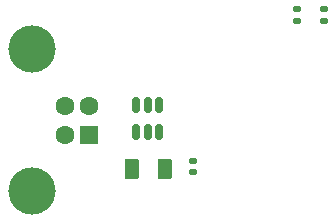
<source format=gbr>
%TF.GenerationSoftware,KiCad,Pcbnew,9.0.1*%
%TF.CreationDate,2025-07-21T18:30:37+01:00*%
%TF.ProjectId,rp2040-literal-bare-minimum,72703230-3430-42d6-9c69-746572616c2d,rev?*%
%TF.SameCoordinates,PX3922770PY49f2aa0*%
%TF.FileFunction,Soldermask,Bot*%
%TF.FilePolarity,Negative*%
%FSLAX46Y46*%
G04 Gerber Fmt 4.6, Leading zero omitted, Abs format (unit mm)*
G04 Created by KiCad (PCBNEW 9.0.1) date 2025-07-21 18:30:37*
%MOMM*%
%LPD*%
G01*
G04 APERTURE LIST*
G04 Aperture macros list*
%AMRoundRect*
0 Rectangle with rounded corners*
0 $1 Rounding radius*
0 $2 $3 $4 $5 $6 $7 $8 $9 X,Y pos of 4 corners*
0 Add a 4 corners polygon primitive as box body*
4,1,4,$2,$3,$4,$5,$6,$7,$8,$9,$2,$3,0*
0 Add four circle primitives for the rounded corners*
1,1,$1+$1,$2,$3*
1,1,$1+$1,$4,$5*
1,1,$1+$1,$6,$7*
1,1,$1+$1,$8,$9*
0 Add four rect primitives between the rounded corners*
20,1,$1+$1,$2,$3,$4,$5,0*
20,1,$1+$1,$4,$5,$6,$7,0*
20,1,$1+$1,$6,$7,$8,$9,0*
20,1,$1+$1,$8,$9,$2,$3,0*%
G04 Aperture macros list end*
%ADD10R,1.600000X1.600000*%
%ADD11C,1.600000*%
%ADD12C,4.000000*%
%ADD13RoundRect,0.135000X-0.185000X0.135000X-0.185000X-0.135000X0.185000X-0.135000X0.185000X0.135000X0*%
%ADD14RoundRect,0.140000X-0.170000X0.140000X-0.170000X-0.140000X0.170000X-0.140000X0.170000X0.140000X0*%
%ADD15RoundRect,0.150000X-0.150000X0.512500X-0.150000X-0.512500X0.150000X-0.512500X0.150000X0.512500X0*%
%ADD16RoundRect,0.250000X-0.375000X-0.625000X0.375000X-0.625000X0.375000X0.625000X-0.375000X0.625000X0*%
G04 APERTURE END LIST*
D10*
%TO.C,J1*%
X15340000Y8552500D03*
D11*
X15340000Y11052500D03*
X13340000Y11052500D03*
X13340000Y8552500D03*
D12*
X10480000Y3802500D03*
X10480000Y15802500D03*
%TD*%
D13*
%TO.C,R2*%
X35222500Y19227500D03*
X35222500Y18207500D03*
%TD*%
%TO.C,R1*%
X32947500Y19257500D03*
X32947500Y18237500D03*
%TD*%
D14*
%TO.C,C1*%
X24182500Y6347500D03*
X24182500Y5387500D03*
%TD*%
D15*
%TO.C,U2*%
X19355000Y11060000D03*
X20305000Y11060000D03*
X21255000Y11060000D03*
X21255000Y8785000D03*
X20305000Y8785000D03*
X19355000Y8785000D03*
%TD*%
D16*
%TO.C,F1*%
X19007500Y5677500D03*
X21807500Y5677500D03*
%TD*%
M02*

</source>
